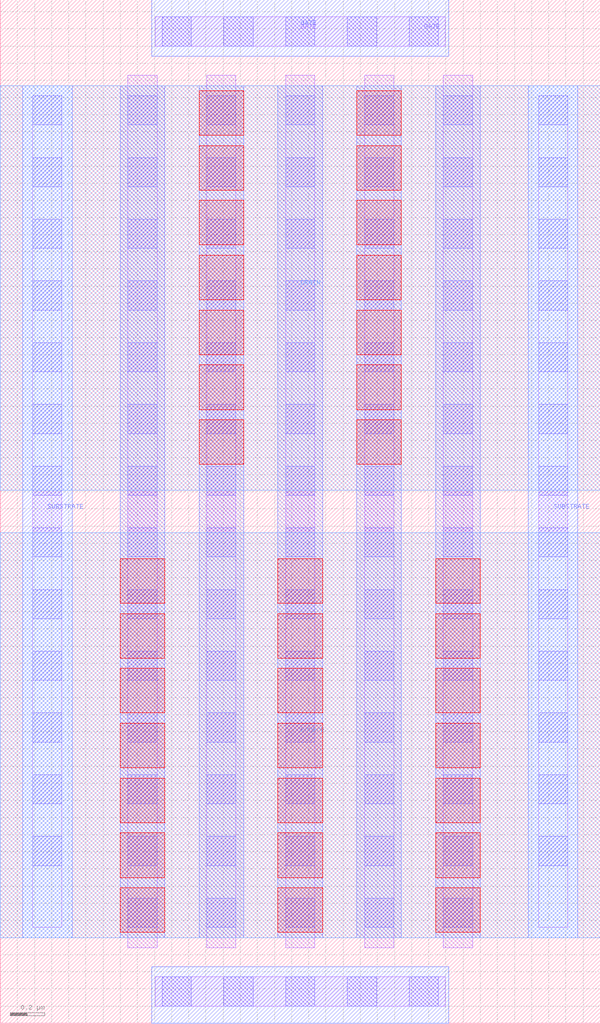
<source format=lef>
# Copyright 2020 The SkyWater PDK Authors
#
# Licensed under the Apache License, Version 2.0 (the "License");
# you may not use this file except in compliance with the License.
# You may obtain a copy of the License at
#
#     https://www.apache.org/licenses/LICENSE-2.0
#
# Unless required by applicable law or agreed to in writing, software
# distributed under the License is distributed on an "AS IS" BASIS,
# WITHOUT WARRANTIES OR CONDITIONS OF ANY KIND, either express or implied.
# See the License for the specific language governing permissions and
# limitations under the License.
#
# SPDX-License-Identifier: Apache-2.0

VERSION 5.7 ;
  NOWIREEXTENSIONATPIN ON ;
  DIVIDERCHAR "/" ;
  BUSBITCHARS "[]" ;
MACRO sky130_fd_pr__rf_nfet_01v8_aM04W5p00L0p18
  CLASS BLOCK ;
  FOREIGN sky130_fd_pr__rf_nfet_01v8_aM04W5p00L0p18 ;
  ORIGIN  0.000000  0.000000 ;
  SIZE  3.500000 BY  5.970000 ;
  PIN DRAIN
    ANTENNADIFFAREA  2.828000 ;
    PORT
      LAYER met2 ;
        RECT 0.000000 3.110000 3.500000 5.470000 ;
    END
  END DRAIN
  PIN GATE
    ANTENNAGATEAREA  3.636000 ;
    PORT
      LAYER li1 ;
        RECT 0.905000 0.100000 2.595000 0.270000 ;
        RECT 0.905000 5.700000 2.595000 5.870000 ;
      LAYER mcon ;
        RECT 0.945000 0.100000 1.115000 0.270000 ;
        RECT 0.945000 5.700000 1.115000 5.870000 ;
        RECT 1.305000 0.100000 1.475000 0.270000 ;
        RECT 1.305000 5.700000 1.475000 5.870000 ;
        RECT 1.665000 0.100000 1.835000 0.270000 ;
        RECT 1.665000 5.700000 1.835000 5.870000 ;
        RECT 2.025000 0.100000 2.195000 0.270000 ;
        RECT 2.025000 5.700000 2.195000 5.870000 ;
        RECT 2.385000 0.100000 2.555000 0.270000 ;
        RECT 2.385000 5.700000 2.555000 5.870000 ;
    END
    PORT
      LAYER met1 ;
        RECT 0.885000 0.000000 2.615000 0.330000 ;
        RECT 0.885000 5.640000 2.615000 5.970000 ;
    END
  END GATE
  PIN SOURCE
    ANTENNADIFFAREA  4.242000 ;
    PORT
      LAYER met2 ;
        RECT 0.000000 0.500000 3.500000 2.860000 ;
    END
  END SOURCE
  PIN SUBSTRATE
    ANTENNADIFFAREA  1.464500 ;
    PORT
      LAYER met1 ;
        RECT 0.130000 0.500000 0.420000 5.470000 ;
    END
    PORT
      LAYER met1 ;
        RECT 3.080000 0.500000 3.370000 5.470000 ;
    END
  END SUBSTRATE
  OBS
    LAYER li1 ;
      RECT 0.190000 0.560000 0.360000 5.410000 ;
      RECT 0.745000 0.440000 0.915000 5.530000 ;
      RECT 1.205000 0.440000 1.375000 5.530000 ;
      RECT 1.665000 0.440000 1.835000 5.530000 ;
      RECT 2.125000 0.440000 2.295000 5.530000 ;
      RECT 2.585000 0.440000 2.755000 5.530000 ;
      RECT 3.140000 0.560000 3.310000 5.410000 ;
    LAYER mcon ;
      RECT 0.190000 0.920000 0.360000 1.090000 ;
      RECT 0.190000 1.280000 0.360000 1.450000 ;
      RECT 0.190000 1.640000 0.360000 1.810000 ;
      RECT 0.190000 2.000000 0.360000 2.170000 ;
      RECT 0.190000 2.360000 0.360000 2.530000 ;
      RECT 0.190000 2.720000 0.360000 2.890000 ;
      RECT 0.190000 3.080000 0.360000 3.250000 ;
      RECT 0.190000 3.440000 0.360000 3.610000 ;
      RECT 0.190000 3.800000 0.360000 3.970000 ;
      RECT 0.190000 4.160000 0.360000 4.330000 ;
      RECT 0.190000 4.520000 0.360000 4.690000 ;
      RECT 0.190000 4.880000 0.360000 5.050000 ;
      RECT 0.190000 5.240000 0.360000 5.410000 ;
      RECT 0.745000 0.560000 0.915000 0.730000 ;
      RECT 0.745000 0.920000 0.915000 1.090000 ;
      RECT 0.745000 1.280000 0.915000 1.450000 ;
      RECT 0.745000 1.640000 0.915000 1.810000 ;
      RECT 0.745000 2.000000 0.915000 2.170000 ;
      RECT 0.745000 2.360000 0.915000 2.530000 ;
      RECT 0.745000 2.720000 0.915000 2.890000 ;
      RECT 0.745000 3.080000 0.915000 3.250000 ;
      RECT 0.745000 3.440000 0.915000 3.610000 ;
      RECT 0.745000 3.800000 0.915000 3.970000 ;
      RECT 0.745000 4.160000 0.915000 4.330000 ;
      RECT 0.745000 4.520000 0.915000 4.690000 ;
      RECT 0.745000 4.880000 0.915000 5.050000 ;
      RECT 0.745000 5.240000 0.915000 5.410000 ;
      RECT 1.205000 0.560000 1.375000 0.730000 ;
      RECT 1.205000 0.920000 1.375000 1.090000 ;
      RECT 1.205000 1.280000 1.375000 1.450000 ;
      RECT 1.205000 1.640000 1.375000 1.810000 ;
      RECT 1.205000 2.000000 1.375000 2.170000 ;
      RECT 1.205000 2.360000 1.375000 2.530000 ;
      RECT 1.205000 2.720000 1.375000 2.890000 ;
      RECT 1.205000 3.080000 1.375000 3.250000 ;
      RECT 1.205000 3.440000 1.375000 3.610000 ;
      RECT 1.205000 3.800000 1.375000 3.970000 ;
      RECT 1.205000 4.160000 1.375000 4.330000 ;
      RECT 1.205000 4.520000 1.375000 4.690000 ;
      RECT 1.205000 4.880000 1.375000 5.050000 ;
      RECT 1.205000 5.240000 1.375000 5.410000 ;
      RECT 1.665000 0.560000 1.835000 0.730000 ;
      RECT 1.665000 0.920000 1.835000 1.090000 ;
      RECT 1.665000 1.280000 1.835000 1.450000 ;
      RECT 1.665000 1.640000 1.835000 1.810000 ;
      RECT 1.665000 2.000000 1.835000 2.170000 ;
      RECT 1.665000 2.360000 1.835000 2.530000 ;
      RECT 1.665000 2.720000 1.835000 2.890000 ;
      RECT 1.665000 3.080000 1.835000 3.250000 ;
      RECT 1.665000 3.440000 1.835000 3.610000 ;
      RECT 1.665000 3.800000 1.835000 3.970000 ;
      RECT 1.665000 4.160000 1.835000 4.330000 ;
      RECT 1.665000 4.520000 1.835000 4.690000 ;
      RECT 1.665000 4.880000 1.835000 5.050000 ;
      RECT 1.665000 5.240000 1.835000 5.410000 ;
      RECT 2.125000 0.560000 2.295000 0.730000 ;
      RECT 2.125000 0.920000 2.295000 1.090000 ;
      RECT 2.125000 1.280000 2.295000 1.450000 ;
      RECT 2.125000 1.640000 2.295000 1.810000 ;
      RECT 2.125000 2.000000 2.295000 2.170000 ;
      RECT 2.125000 2.360000 2.295000 2.530000 ;
      RECT 2.125000 2.720000 2.295000 2.890000 ;
      RECT 2.125000 3.080000 2.295000 3.250000 ;
      RECT 2.125000 3.440000 2.295000 3.610000 ;
      RECT 2.125000 3.800000 2.295000 3.970000 ;
      RECT 2.125000 4.160000 2.295000 4.330000 ;
      RECT 2.125000 4.520000 2.295000 4.690000 ;
      RECT 2.125000 4.880000 2.295000 5.050000 ;
      RECT 2.125000 5.240000 2.295000 5.410000 ;
      RECT 2.585000 0.560000 2.755000 0.730000 ;
      RECT 2.585000 0.920000 2.755000 1.090000 ;
      RECT 2.585000 1.280000 2.755000 1.450000 ;
      RECT 2.585000 1.640000 2.755000 1.810000 ;
      RECT 2.585000 2.000000 2.755000 2.170000 ;
      RECT 2.585000 2.360000 2.755000 2.530000 ;
      RECT 2.585000 2.720000 2.755000 2.890000 ;
      RECT 2.585000 3.080000 2.755000 3.250000 ;
      RECT 2.585000 3.440000 2.755000 3.610000 ;
      RECT 2.585000 3.800000 2.755000 3.970000 ;
      RECT 2.585000 4.160000 2.755000 4.330000 ;
      RECT 2.585000 4.520000 2.755000 4.690000 ;
      RECT 2.585000 4.880000 2.755000 5.050000 ;
      RECT 2.585000 5.240000 2.755000 5.410000 ;
      RECT 3.140000 0.920000 3.310000 1.090000 ;
      RECT 3.140000 1.280000 3.310000 1.450000 ;
      RECT 3.140000 1.640000 3.310000 1.810000 ;
      RECT 3.140000 2.000000 3.310000 2.170000 ;
      RECT 3.140000 2.360000 3.310000 2.530000 ;
      RECT 3.140000 2.720000 3.310000 2.890000 ;
      RECT 3.140000 3.080000 3.310000 3.250000 ;
      RECT 3.140000 3.440000 3.310000 3.610000 ;
      RECT 3.140000 3.800000 3.310000 3.970000 ;
      RECT 3.140000 4.160000 3.310000 4.330000 ;
      RECT 3.140000 4.520000 3.310000 4.690000 ;
      RECT 3.140000 4.880000 3.310000 5.050000 ;
      RECT 3.140000 5.240000 3.310000 5.410000 ;
    LAYER met1 ;
      RECT 0.700000 0.500000 0.960000 5.470000 ;
      RECT 1.160000 0.500000 1.420000 5.470000 ;
      RECT 1.620000 0.500000 1.880000 5.470000 ;
      RECT 2.080000 0.500000 2.340000 5.470000 ;
      RECT 2.540000 0.500000 2.800000 5.470000 ;
    LAYER via ;
      RECT 0.700000 0.530000 0.960000 0.790000 ;
      RECT 0.700000 0.850000 0.960000 1.110000 ;
      RECT 0.700000 1.170000 0.960000 1.430000 ;
      RECT 0.700000 1.490000 0.960000 1.750000 ;
      RECT 0.700000 1.810000 0.960000 2.070000 ;
      RECT 0.700000 2.130000 0.960000 2.390000 ;
      RECT 0.700000 2.450000 0.960000 2.710000 ;
      RECT 1.160000 3.260000 1.420000 3.520000 ;
      RECT 1.160000 3.580000 1.420000 3.840000 ;
      RECT 1.160000 3.900000 1.420000 4.160000 ;
      RECT 1.160000 4.220000 1.420000 4.480000 ;
      RECT 1.160000 4.540000 1.420000 4.800000 ;
      RECT 1.160000 4.860000 1.420000 5.120000 ;
      RECT 1.160000 5.180000 1.420000 5.440000 ;
      RECT 1.620000 0.530000 1.880000 0.790000 ;
      RECT 1.620000 0.850000 1.880000 1.110000 ;
      RECT 1.620000 1.170000 1.880000 1.430000 ;
      RECT 1.620000 1.490000 1.880000 1.750000 ;
      RECT 1.620000 1.810000 1.880000 2.070000 ;
      RECT 1.620000 2.130000 1.880000 2.390000 ;
      RECT 1.620000 2.450000 1.880000 2.710000 ;
      RECT 2.080000 3.260000 2.340000 3.520000 ;
      RECT 2.080000 3.580000 2.340000 3.840000 ;
      RECT 2.080000 3.900000 2.340000 4.160000 ;
      RECT 2.080000 4.220000 2.340000 4.480000 ;
      RECT 2.080000 4.540000 2.340000 4.800000 ;
      RECT 2.080000 4.860000 2.340000 5.120000 ;
      RECT 2.080000 5.180000 2.340000 5.440000 ;
      RECT 2.540000 0.530000 2.800000 0.790000 ;
      RECT 2.540000 0.850000 2.800000 1.110000 ;
      RECT 2.540000 1.170000 2.800000 1.430000 ;
      RECT 2.540000 1.490000 2.800000 1.750000 ;
      RECT 2.540000 1.810000 2.800000 2.070000 ;
      RECT 2.540000 2.130000 2.800000 2.390000 ;
      RECT 2.540000 2.450000 2.800000 2.710000 ;
  END
END sky130_fd_pr__rf_nfet_01v8_aM04W5p00L0p18
END LIBRARY

</source>
